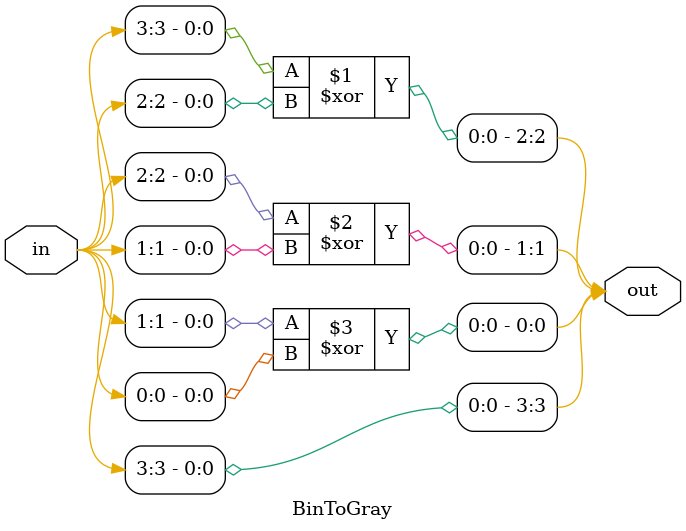
<source format=v>
module BinToGray(in,out);
	input [3:0] in;
	output [3:0] out;
	
	assign out[3] = in[3];
	assign out[2] = in[3] ^ in[2];
	assign out[1] = in[2] ^ in[1];
	assign out[0] = in[1] ^ in[0];

endmodule

</source>
